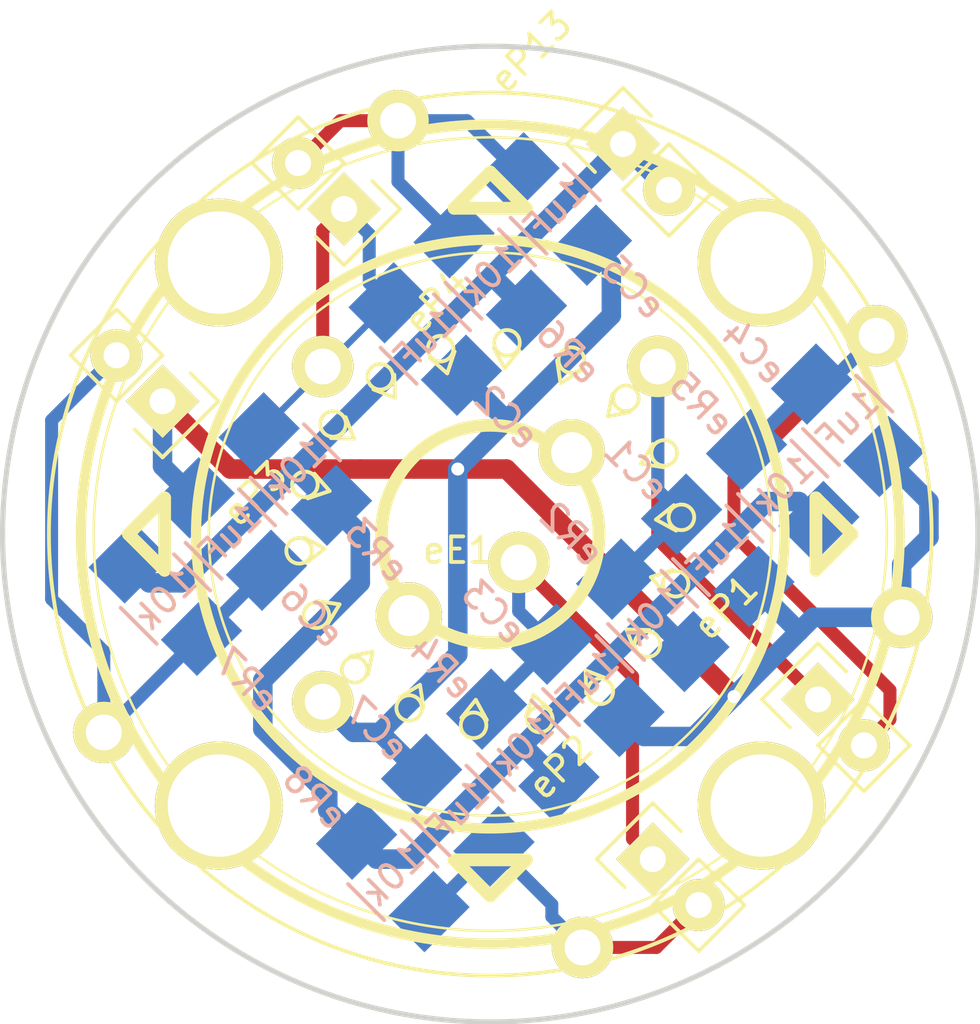
<source format=kicad_pcb>
(kicad_pcb (version 4) (host pcbnew 4.1.0-alpha+201607210716+6990~46~ubuntu15.10.1-product)

  (general
    (links 293)
    (no_connects 4)
    (area 72.912819 56.514554 111.237181 96.632181)
    (thickness 1.6)
    (drawings 1)
    (tracks 106)
    (zones 0)
    (modules 20)
    (nets 10)
  )

  (page A4)
  (layers
    (0 F.Cu signal)
    (31 B.Cu signal)
    (32 B.Adhes user)
    (33 F.Adhes user)
    (34 B.Paste user)
    (35 F.Paste user)
    (36 B.SilkS user)
    (37 F.SilkS user)
    (38 B.Mask user)
    (39 F.Mask user)
    (40 Dwgs.User user)
    (41 Cmts.User user)
    (42 Eco1.User user)
    (43 Eco2.User user)
    (44 Edge.Cuts user)
    (45 Margin user)
    (46 B.CrtYd user)
    (47 F.CrtYd user)
    (48 B.Fab user)
    (49 F.Fab user)
  )

  (setup
    (last_trace_width 0.254)
    (user_trace_width 0.254)
    (user_trace_width 0.508)
    (user_trace_width 0.762)
    (user_trace_width 1.016)
    (trace_clearance 0.1905)
    (zone_clearance 0.508)
    (zone_45_only no)
    (trace_min 0)
    (segment_width 0.2032)
    (edge_width 0.1524)
    (via_size 0.762)
    (via_drill 0.508)
    (via_min_size 0.4)
    (via_min_drill 0.3)
    (uvia_size 0.3)
    (uvia_drill 0.1)
    (uvias_allowed no)
    (uvia_min_size 0)
    (uvia_min_drill 0)
    (pcb_text_width 0.3048)
    (pcb_text_size 1.524 1.524)
    (mod_edge_width 0.1524)
    (mod_text_size 1.016 1.016)
    (mod_text_width 0.1524)
    (pad_size 1.524 1.524)
    (pad_drill 1.016)
    (pad_to_mask_clearance 0.2)
    (aux_axis_origin 0 0)
    (visible_elements FFFFEF7F)
    (pcbplotparams
      (layerselection 0x01130_80000001)
      (usegerberextensions false)
      (excludeedgelayer false)
      (linewidth 0.101600)
      (plotframeref true)
      (viasonmask false)
      (mode 1)
      (useauxorigin false)
      (hpglpennumber 1)
      (hpglpenspeed 20)
      (hpglpendiameter 15)
      (psnegative false)
      (psa4output false)
      (plotreference true)
      (plotvalue true)
      (plotinvisibletext false)
      (padsonsilk true)
      (subtractmaskfromsilk false)
      (outputformat 4)
      (mirror false)
      (drillshape 2)
      (scaleselection 1)
      (outputdirectory pdf/))
  )

  (net 0 "")
  (net 1 /eECA)
  (net 2 /eGND)
  (net 3 /eECB)
  (net 4 /eECS)
  (net 5 /eS2)
  (net 6 /eS3)
  (net 7 /eS4)
  (net 8 /eS5)
  (net 9 /eVCC)

  (net_class Default "This is the default net class."
    (clearance 0.1905)
    (trace_width 0.254)
    (via_dia 0.762)
    (via_drill 0.508)
    (uvia_dia 0.3)
    (uvia_drill 0.1)
  )

  (net_class 20mil ""
    (clearance 0.1905)
    (trace_width 0.508)
    (via_dia 0.762)
    (via_drill 0.508)
    (uvia_dia 0.3)
    (uvia_drill 0.1)
    (add_net /CS)
    (add_net /DC)
    (add_net /EAA)
    (add_net /EAB)
    (add_net /EAS)
    (add_net /EBA)
    (add_net /EBB)
    (add_net /EBS)
    (add_net /ECA)
    (add_net /ECB)
    (add_net /ECS)
    (add_net /L2)
    (add_net /LITE)
    (add_net /MOSI)
    (add_net /Pair)
    (add_net /RST)
    (add_net /RXD)
    (add_net /RX_BLE)
    (add_net /RX_PRO)
    (add_net /S2)
    (add_net /S3)
    (add_net /S4)
    (add_net /S5)
    (add_net /SCK)
    (add_net /TXD)
    (add_net /TX_BLE)
    (add_net /TX_PRO)
    (add_net /eEAA)
    (add_net /eEAB)
    (add_net /eEAS)
    (add_net /eEBA)
    (add_net /eEBB)
    (add_net /eEBS)
    (add_net /eECA)
    (add_net /eECB)
    (add_net /eECS)
    (add_net /eS2)
    (add_net /eS3)
    (add_net /eS4)
    (add_net /eS5)
    (add_net "Net-(R1-Pad2)")
    (add_net "Net-(S2-Pad2)")
    (add_net "Net-(U10-Pad10)")
    (add_net "Net-(U10-Pad12)")
    (add_net "Net-(U10-Pad13)")
    (add_net "Net-(U10-Pad14)")
    (add_net "Net-(U10-Pad15)")
    (add_net "Net-(U10-Pad16)")
    (add_net "Net-(U10-Pad17)")
    (add_net "Net-(U10-Pad18)")
    (add_net "Net-(U10-Pad21)")
    (add_net "Net-(U10-Pad22)")
    (add_net "Net-(U10-Pad29)")
    (add_net "Net-(U10-Pad4)")
    (add_net "Net-(U10-Pad8)")
    (add_net "Net-(U7-Pad11)")
    (add_net "Net-(U7-Pad12)")
    (add_net "Net-(U7-Pad19)")
    (add_net "Net-(U7-Pad20)")
    (add_net "Net-(U7-Pad21)")
    (add_net "Net-(U7-Pad22)")
    (add_net "Net-(U7-Pad23)")
    (add_net "Net-(U7-Pad24)")
    (add_net "Net-(U7-Pad25)")
    (add_net "Net-(U7-Pad26)")
    (add_net "Net-(U7-Pad27)")
    (add_net "Net-(U7-Pad28)")
    (add_net "Net-(U7-Pad29)")
    (add_net "Net-(U7-Pad3)")
    (add_net "Net-(U7-Pad30)")
    (add_net "Net-(U7-Pad6)")
    (add_net "Net-(U7-Pad7)")
    (add_net "Net-(U7-Pad8)")
    (add_net "Net-(U9-Pad1)")
    (add_net "Net-(U9-Pad10)")
    (add_net "Net-(U9-Pad12)")
    (add_net "Net-(U9-Pad15)")
    (add_net "Net-(U9-Pad17)")
    (add_net "Net-(U9-Pad18)")
    (add_net "Net-(U9-Pad19)")
    (add_net "Net-(U9-Pad2)")
    (add_net "Net-(U9-Pad22)")
    (add_net "Net-(U9-Pad23)")
    (add_net "Net-(U9-Pad24)")
    (add_net "Net-(U9-Pad25)")
    (add_net "Net-(U9-Pad28)")
  )

  (net_class 30mil ""
    (clearance 0.1905)
    (trace_width 0.762)
    (via_dia 0.762)
    (via_drill 0.508)
    (uvia_dia 0.3)
    (uvia_drill 0.1)
    (add_net /GND)
    (add_net /VCC)
    (add_net /eGND)
    (add_net /eVCC)
  )

  (net_class 40mil ""
    (clearance 0.1905)
    (trace_width 1.016)
    (via_dia 0.762)
    (via_drill 0.508)
    (uvia_dia 0.3)
    (uvia_drill 0.1)
  )

  (module velokey-footprints:C_1210_HandSoldering (layer B.Cu) (tedit 57CEF7D0) (tstamp 57CEF987)
    (at 106.045 73.025 315)
    (descr "Capacitor SMD 1210, hand soldering")
    (tags "capacitor 1210")
    (path /57CDE2ED/57CEA927)
    (attr smd)
    (fp_text reference eC4 (at -4.490128 0.71842 315) (layer B.SilkS)
      (effects (font (size 1 1) (thickness 0.15)) (justify mirror))
    )
    (fp_text value 1uF (at 0 0 45) (layer B.SilkS)
      (effects (font (size 1 1) (thickness 0.15)) (justify mirror))
    )
    (fp_line (start -3.3 1.6) (end 3.3 1.6) (layer B.CrtYd) (width 0.05))
    (fp_line (start -3.3 -1.6) (end 3.3 -1.6) (layer B.CrtYd) (width 0.05))
    (fp_line (start -3.3 1.6) (end -3.3 -1.6) (layer B.CrtYd) (width 0.05))
    (fp_line (start 3.3 1.6) (end 3.3 -1.6) (layer B.CrtYd) (width 0.05))
    (fp_line (start 1 1.475) (end -1 1.475) (layer B.SilkS) (width 0.15))
    (fp_line (start -1 -1.475) (end 1 -1.475) (layer B.SilkS) (width 0.15))
    (pad 1 smd rect (at -2 0 315) (size 2 2.5) (layers B.Cu B.Paste B.Mask)
      (net 5 /eS2))
    (pad 2 smd rect (at 2 0 315) (size 2 2.5) (layers B.Cu B.Paste B.Mask)
      (net 2 /eGND))
    (model ${KIPRJMOD}/3d_models/Cap_smd_1210.wrl
      (at (xyz 0 0 0))
      (scale (xyz 1 1 1))
      (rotate (xyz 0 0 0))
    )
  )

  (module velokey-footprints:C_1210_HandSoldering (layer B.Cu) (tedit 57CEF7DE) (tstamp 57CEF97C)
    (at 100.965 78.105 315)
    (descr "Capacitor SMD 1210, hand soldering")
    (tags "capacitor 1210")
    (path /57CDE2ED/57CEA921)
    (attr smd)
    (fp_text reference eC1 (at -4.490128 0 315) (layer B.SilkS)
      (effects (font (size 1 1) (thickness 0.15)) (justify mirror))
    )
    (fp_text value 1uF (at 0 0 45) (layer B.SilkS)
      (effects (font (size 1 1) (thickness 0.15)) (justify mirror))
    )
    (fp_line (start -3.3 1.6) (end 3.3 1.6) (layer B.CrtYd) (width 0.05))
    (fp_line (start -3.3 -1.6) (end 3.3 -1.6) (layer B.CrtYd) (width 0.05))
    (fp_line (start -3.3 1.6) (end -3.3 -1.6) (layer B.CrtYd) (width 0.05))
    (fp_line (start 3.3 1.6) (end 3.3 -1.6) (layer B.CrtYd) (width 0.05))
    (fp_line (start 1 1.475) (end -1 1.475) (layer B.SilkS) (width 0.15))
    (fp_line (start -1 -1.475) (end 1 -1.475) (layer B.SilkS) (width 0.15))
    (pad 1 smd rect (at -2 0 315) (size 2 2.5) (layers B.Cu B.Paste B.Mask)
      (net 1 /eECA))
    (pad 2 smd rect (at 2 0 315) (size 2 2.5) (layers B.Cu B.Paste B.Mask)
      (net 2 /eGND))
    (model ${KIPRJMOD}/3d_models/Cap_smd_1210.wrl
      (at (xyz 0 0 0))
      (scale (xyz 1 1 1))
      (rotate (xyz 0 0 0))
    )
  )

  (module velokey-footprints:R_1210_HandSoldering (layer B.Cu) (tedit 57CEF7DA) (tstamp 57CEF971)
    (at 103.505 75.565 135)
    (descr "Resistor SMD 1210, hand soldering")
    (tags "resistor 1210")
    (path /57CDE2ED/57CEA924)
    (attr smd)
    (fp_text reference eR5 (at 4.490128 0 135) (layer B.SilkS)
      (effects (font (size 1 1) (thickness 0.15)) (justify mirror))
    )
    (fp_text value 10k (at 0 0 225) (layer B.SilkS)
      (effects (font (size 1 1) (thickness 0.15)) (justify mirror))
    )
    (fp_line (start -3.3 1.6) (end 3.3 1.6) (layer B.CrtYd) (width 0.05))
    (fp_line (start -3.3 -1.6) (end 3.3 -1.6) (layer B.CrtYd) (width 0.05))
    (fp_line (start -3.3 1.6) (end -3.3 -1.6) (layer B.CrtYd) (width 0.05))
    (fp_line (start 3.3 1.6) (end 3.3 -1.6) (layer B.CrtYd) (width 0.05))
    (fp_line (start 1 -1.475) (end -1 -1.475) (layer B.SilkS) (width 0.15))
    (fp_line (start -1 1.475) (end 1 1.475) (layer B.SilkS) (width 0.15))
    (pad 1 smd rect (at -2 0 135) (size 2 2.5) (layers B.Cu B.Paste B.Mask)
      (net 9 /eVCC))
    (pad 2 smd rect (at 2 0 135) (size 2 2.5) (layers B.Cu B.Paste B.Mask)
      (net 5 /eS2))
    (model ${KIPRJMOD}/3d_models/Res_smd_1210.wrl
      (at (xyz 0 0 0))
      (scale (xyz 1 1 1))
      (rotate (xyz 0 0 0))
    )
  )

  (module velokey-footprints:R_1210_HandSoldering (layer B.Cu) (tedit 57CEF7E2) (tstamp 57CEF966)
    (at 98.425 80.645 135)
    (descr "Resistor SMD 1210, hand soldering")
    (tags "resistor 1210")
    (path /57CDE2ED/57CEA91E)
    (attr smd)
    (fp_text reference eR2 (at 4.490128 0 135) (layer B.SilkS)
      (effects (font (size 1 1) (thickness 0.15)) (justify mirror))
    )
    (fp_text value 10k (at 0 0 225) (layer B.SilkS)
      (effects (font (size 1 1) (thickness 0.15)) (justify mirror))
    )
    (fp_line (start -3.3 1.6) (end 3.3 1.6) (layer B.CrtYd) (width 0.05))
    (fp_line (start -3.3 -1.6) (end 3.3 -1.6) (layer B.CrtYd) (width 0.05))
    (fp_line (start -3.3 1.6) (end -3.3 -1.6) (layer B.CrtYd) (width 0.05))
    (fp_line (start 3.3 1.6) (end 3.3 -1.6) (layer B.CrtYd) (width 0.05))
    (fp_line (start 1 -1.475) (end -1 -1.475) (layer B.SilkS) (width 0.15))
    (fp_line (start -1 1.475) (end 1 1.475) (layer B.SilkS) (width 0.15))
    (pad 1 smd rect (at -2 0 135) (size 2 2.5) (layers B.Cu B.Paste B.Mask)
      (net 9 /eVCC))
    (pad 2 smd rect (at 2 0 135) (size 2 2.5) (layers B.Cu B.Paste B.Mask)
      (net 1 /eECA))
    (model ${KIPRJMOD}/3d_models/Res_smd_1210.wrl
      (at (xyz 0 0 0))
      (scale (xyz 1 1 1))
      (rotate (xyz 0 0 0))
    )
  )

  (module velokey-footprints:C_1210_HandSoldering (layer B.Cu) (tedit 57CEF7E6) (tstamp 57CEF95B)
    (at 95.885 83.185 315)
    (descr "Capacitor SMD 1210, hand soldering")
    (tags "capacitor 1210")
    (path /57CDE2ED/56F87DFD)
    (attr smd)
    (fp_text reference eC3 (at -4.490128 0.71842 315) (layer B.SilkS)
      (effects (font (size 1 1) (thickness 0.15)) (justify mirror))
    )
    (fp_text value 1uF (at 0 0 45) (layer B.SilkS)
      (effects (font (size 1 1) (thickness 0.15)) (justify mirror))
    )
    (fp_line (start -3.3 1.6) (end 3.3 1.6) (layer B.CrtYd) (width 0.05))
    (fp_line (start -3.3 -1.6) (end 3.3 -1.6) (layer B.CrtYd) (width 0.05))
    (fp_line (start -3.3 1.6) (end -3.3 -1.6) (layer B.CrtYd) (width 0.05))
    (fp_line (start 3.3 1.6) (end 3.3 -1.6) (layer B.CrtYd) (width 0.05))
    (fp_line (start 1 1.475) (end -1 1.475) (layer B.SilkS) (width 0.15))
    (fp_line (start -1 -1.475) (end 1 -1.475) (layer B.SilkS) (width 0.15))
    (pad 1 smd rect (at -2 0 315) (size 2 2.5) (layers B.Cu B.Paste B.Mask)
      (net 4 /eECS))
    (pad 2 smd rect (at 2 0 315) (size 2 2.5) (layers B.Cu B.Paste B.Mask)
      (net 2 /eGND))
    (model ${KIPRJMOD}/3d_models/Cap_smd_1210.wrl
      (at (xyz 0 0 0))
      (scale (xyz 1 1 1))
      (rotate (xyz 0 0 0))
    )
  )

  (module velokey-footprints:R_1210_HandSoldering (layer B.Cu) (tedit 57CEF7EB) (tstamp 57CEF950)
    (at 93.345 85.725 135)
    (descr "Resistor SMD 1210, hand soldering")
    (tags "resistor 1210")
    (path /57CDE2ED/57CEA920)
    (attr smd)
    (fp_text reference eR4 (at 4.400325 -0.089803 135) (layer B.SilkS)
      (effects (font (size 1 1) (thickness 0.15)) (justify mirror))
    )
    (fp_text value 10k (at 0 0 225) (layer B.SilkS)
      (effects (font (size 1 1) (thickness 0.15)) (justify mirror))
    )
    (fp_line (start -3.3 1.6) (end 3.3 1.6) (layer B.CrtYd) (width 0.05))
    (fp_line (start -3.3 -1.6) (end 3.3 -1.6) (layer B.CrtYd) (width 0.05))
    (fp_line (start -3.3 1.6) (end -3.3 -1.6) (layer B.CrtYd) (width 0.05))
    (fp_line (start 3.3 1.6) (end 3.3 -1.6) (layer B.CrtYd) (width 0.05))
    (fp_line (start 1 -1.475) (end -1 -1.475) (layer B.SilkS) (width 0.15))
    (fp_line (start -1 1.475) (end 1 1.475) (layer B.SilkS) (width 0.15))
    (pad 1 smd rect (at -2 0 135) (size 2 2.5) (layers B.Cu B.Paste B.Mask)
      (net 9 /eVCC))
    (pad 2 smd rect (at 2 0 135) (size 2 2.5) (layers B.Cu B.Paste B.Mask)
      (net 4 /eECS))
    (model ${KIPRJMOD}/3d_models/Res_smd_1210.wrl
      (at (xyz 0 0 0))
      (scale (xyz 1 1 1))
      (rotate (xyz 0 0 0))
    )
  )

  (module velokey-footprints:C_1210_HandSoldering (layer B.Cu) (tedit 57CEF7F0) (tstamp 57CEF945)
    (at 90.805 88.265 135)
    (descr "Capacitor SMD 1210, hand soldering")
    (tags "capacitor 1210")
    (path /57CDE2ED/57CEA92B)
    (attr smd)
    (fp_text reference eC7 (at 4.490128 0 135) (layer B.SilkS)
      (effects (font (size 1 1) (thickness 0.15)) (justify mirror))
    )
    (fp_text value 1uF (at 0 0 225) (layer B.SilkS)
      (effects (font (size 1 1) (thickness 0.15)) (justify mirror))
    )
    (fp_line (start -3.3 1.6) (end 3.3 1.6) (layer B.CrtYd) (width 0.05))
    (fp_line (start -3.3 -1.6) (end 3.3 -1.6) (layer B.CrtYd) (width 0.05))
    (fp_line (start -3.3 1.6) (end -3.3 -1.6) (layer B.CrtYd) (width 0.05))
    (fp_line (start 3.3 1.6) (end 3.3 -1.6) (layer B.CrtYd) (width 0.05))
    (fp_line (start 1 1.475) (end -1 1.475) (layer B.SilkS) (width 0.15))
    (fp_line (start -1 -1.475) (end 1 -1.475) (layer B.SilkS) (width 0.15))
    (pad 1 smd rect (at -2 0 135) (size 2 2.5) (layers B.Cu B.Paste B.Mask)
      (net 8 /eS5))
    (pad 2 smd rect (at 2 0 135) (size 2 2.5) (layers B.Cu B.Paste B.Mask)
      (net 2 /eGND))
    (model ${KIPRJMOD}/3d_models/Cap_smd_1210.wrl
      (at (xyz 0 0 0))
      (scale (xyz 1 1 1))
      (rotate (xyz 0 0 0))
    )
  )

  (module velokey-footprints:R_1210_HandSoldering (layer B.Cu) (tedit 57CEF7BB) (tstamp 57CEF93A)
    (at 84.455 74.93 135)
    (descr "Resistor SMD 1210, hand soldering")
    (tags "resistor 1210")
    (path /57CDE2ED/57CEA91F)
    (attr smd)
    (fp_text reference eR3 (at -4.490128 0 135) (layer B.SilkS)
      (effects (font (size 1 1) (thickness 0.15)) (justify mirror))
    )
    (fp_text value 10k (at 0 0 225) (layer B.SilkS)
      (effects (font (size 1 1) (thickness 0.15)) (justify mirror))
    )
    (fp_line (start -3.3 1.6) (end 3.3 1.6) (layer B.CrtYd) (width 0.05))
    (fp_line (start -3.3 -1.6) (end 3.3 -1.6) (layer B.CrtYd) (width 0.05))
    (fp_line (start -3.3 1.6) (end -3.3 -1.6) (layer B.CrtYd) (width 0.05))
    (fp_line (start 3.3 1.6) (end 3.3 -1.6) (layer B.CrtYd) (width 0.05))
    (fp_line (start 1 -1.475) (end -1 -1.475) (layer B.SilkS) (width 0.15))
    (fp_line (start -1 1.475) (end 1 1.475) (layer B.SilkS) (width 0.15))
    (pad 1 smd rect (at -2 0 135) (size 2 2.5) (layers B.Cu B.Paste B.Mask)
      (net 9 /eVCC))
    (pad 2 smd rect (at 2 0 135) (size 2 2.5) (layers B.Cu B.Paste B.Mask)
      (net 3 /eECB))
    (model ${KIPRJMOD}/3d_models/Res_smd_1210.wrl
      (at (xyz 0 0 0))
      (scale (xyz 1 1 1))
      (rotate (xyz 0 0 0))
    )
  )

  (module velokey-footprints:R_1210_HandSoldering (layer B.Cu) (tedit 57CEF7B1) (tstamp 57CEF92F)
    (at 79.375 80.01 315)
    (descr "Resistor SMD 1210, hand soldering")
    (tags "resistor 1210")
    (path /57CDE2ED/57CEA926)
    (attr smd)
    (fp_text reference eR7 (at 4.490128 0 315) (layer B.SilkS)
      (effects (font (size 1 1) (thickness 0.15)) (justify mirror))
    )
    (fp_text value 10k (at 0 0 45) (layer B.SilkS)
      (effects (font (size 1 1) (thickness 0.15)) (justify mirror))
    )
    (fp_line (start -3.3 1.6) (end 3.3 1.6) (layer B.CrtYd) (width 0.05))
    (fp_line (start -3.3 -1.6) (end 3.3 -1.6) (layer B.CrtYd) (width 0.05))
    (fp_line (start -3.3 1.6) (end -3.3 -1.6) (layer B.CrtYd) (width 0.05))
    (fp_line (start 3.3 1.6) (end 3.3 -1.6) (layer B.CrtYd) (width 0.05))
    (fp_line (start 1 -1.475) (end -1 -1.475) (layer B.SilkS) (width 0.15))
    (fp_line (start -1 1.475) (end 1 1.475) (layer B.SilkS) (width 0.15))
    (pad 1 smd rect (at -2 0 315) (size 2 2.5) (layers B.Cu B.Paste B.Mask)
      (net 9 /eVCC))
    (pad 2 smd rect (at 2 0 315) (size 2 2.5) (layers B.Cu B.Paste B.Mask)
      (net 7 /eS4))
    (model ${KIPRJMOD}/3d_models/Res_smd_1210.wrl
      (at (xyz 0 0 0))
      (scale (xyz 1 1 1))
      (rotate (xyz 0 0 0))
    )
  )

  (module velokey-footprints:R_1210_HandSoldering (layer B.Cu) (tedit 57CEF7F4) (tstamp 57CEF924)
    (at 88.265 90.805 315)
    (descr "Resistor SMD 1210, hand soldering")
    (tags "resistor 1210")
    (path /57CDE2ED/57CEA92A)
    (attr smd)
    (fp_text reference eR8 (at -4.310523 0 315) (layer B.SilkS)
      (effects (font (size 1 1) (thickness 0.15)) (justify mirror))
    )
    (fp_text value 10k (at 0 0 45) (layer B.SilkS)
      (effects (font (size 1 1) (thickness 0.15)) (justify mirror))
    )
    (fp_line (start -3.3 1.6) (end 3.3 1.6) (layer B.CrtYd) (width 0.05))
    (fp_line (start -3.3 -1.6) (end 3.3 -1.6) (layer B.CrtYd) (width 0.05))
    (fp_line (start -3.3 1.6) (end -3.3 -1.6) (layer B.CrtYd) (width 0.05))
    (fp_line (start 3.3 1.6) (end 3.3 -1.6) (layer B.CrtYd) (width 0.05))
    (fp_line (start 1 -1.475) (end -1 -1.475) (layer B.SilkS) (width 0.15))
    (fp_line (start -1 1.475) (end 1 1.475) (layer B.SilkS) (width 0.15))
    (pad 1 smd rect (at -2 0 315) (size 2 2.5) (layers B.Cu B.Paste B.Mask)
      (net 9 /eVCC))
    (pad 2 smd rect (at 2 0 315) (size 2 2.5) (layers B.Cu B.Paste B.Mask)
      (net 8 /eS5))
    (model ${KIPRJMOD}/3d_models/Res_smd_1210.wrl
      (at (xyz 0 0 0))
      (scale (xyz 1 1 1))
      (rotate (xyz 0 0 0))
    )
  )

  (module velokey-footprints:C_1210_HandSoldering (layer B.Cu) (tedit 57CEF7B5) (tstamp 57CEF919)
    (at 81.915 77.47 135)
    (descr "Capacitor SMD 1210, hand soldering")
    (tags "capacitor 1210")
    (path /57CDE2ED/57CEA929)
    (attr smd)
    (fp_text reference eC6 (at -4.490128 0 135) (layer B.SilkS)
      (effects (font (size 1 1) (thickness 0.15)) (justify mirror))
    )
    (fp_text value 1uF (at 0 0 45) (layer B.SilkS)
      (effects (font (size 1 1) (thickness 0.15)) (justify mirror))
    )
    (fp_line (start -3.3 1.6) (end 3.3 1.6) (layer B.CrtYd) (width 0.05))
    (fp_line (start -3.3 -1.6) (end 3.3 -1.6) (layer B.CrtYd) (width 0.05))
    (fp_line (start -3.3 1.6) (end -3.3 -1.6) (layer B.CrtYd) (width 0.05))
    (fp_line (start 3.3 1.6) (end 3.3 -1.6) (layer B.CrtYd) (width 0.05))
    (fp_line (start 1 1.475) (end -1 1.475) (layer B.SilkS) (width 0.15))
    (fp_line (start -1 -1.475) (end 1 -1.475) (layer B.SilkS) (width 0.15))
    (pad 1 smd rect (at -2 0 135) (size 2 2.5) (layers B.Cu B.Paste B.Mask)
      (net 7 /eS4))
    (pad 2 smd rect (at 2 0 135) (size 2 2.5) (layers B.Cu B.Paste B.Mask)
      (net 2 /eGND))
    (model ${KIPRJMOD}/3d_models/Cap_smd_1210.wrl
      (at (xyz 0 0 0))
      (scale (xyz 1 1 1))
      (rotate (xyz 0 0 0))
    )
  )

  (module velokey-footprints:R_1210_HandSoldering (layer B.Cu) (tedit 57CEF7C5) (tstamp 57CEF872)
    (at 92.075 67.31 135)
    (descr "Resistor SMD 1210, hand soldering")
    (tags "resistor 1210")
    (path /57CDE2ED/57CEA925)
    (attr smd)
    (fp_text reference eR6 (at -4.310523 0 135) (layer B.SilkS)
      (effects (font (size 1 1) (thickness 0.15)) (justify mirror))
    )
    (fp_text value 10k (at 0 0 225) (layer B.SilkS)
      (effects (font (size 1 1) (thickness 0.15)) (justify mirror))
    )
    (fp_line (start -3.3 1.6) (end 3.3 1.6) (layer B.CrtYd) (width 0.05))
    (fp_line (start -3.3 -1.6) (end 3.3 -1.6) (layer B.CrtYd) (width 0.05))
    (fp_line (start -3.3 1.6) (end -3.3 -1.6) (layer B.CrtYd) (width 0.05))
    (fp_line (start 3.3 1.6) (end 3.3 -1.6) (layer B.CrtYd) (width 0.05))
    (fp_line (start 1 -1.475) (end -1 -1.475) (layer B.SilkS) (width 0.15))
    (fp_line (start -1 1.475) (end 1 1.475) (layer B.SilkS) (width 0.15))
    (pad 1 smd rect (at -2 0 135) (size 2 2.5) (layers B.Cu B.Paste B.Mask)
      (net 9 /eVCC))
    (pad 2 smd rect (at 2 0 135) (size 2 2.5) (layers B.Cu B.Paste B.Mask)
      (net 6 /eS3))
    (model ${KIPRJMOD}/3d_models/Res_smd_1210.wrl
      (at (xyz 0 0 0))
      (scale (xyz 1 1 1))
      (rotate (xyz 0 0 0))
    )
  )

  (module velokey-footprints:C_1210_HandSoldering (layer B.Cu) (tedit 57CEF7CB) (tstamp 57CEF867)
    (at 94.615 64.77 315)
    (descr "Capacitor SMD 1210, hand soldering")
    (tags "capacitor 1210")
    (path /57CDE2ED/57CEA928)
    (attr smd)
    (fp_text reference eC5 (at 4.310523 0 315) (layer B.SilkS)
      (effects (font (size 1 1) (thickness 0.15)) (justify mirror))
    )
    (fp_text value 1uF (at 0 0 45) (layer B.SilkS)
      (effects (font (size 1 1) (thickness 0.15)) (justify mirror))
    )
    (fp_line (start -3.3 1.6) (end 3.3 1.6) (layer B.CrtYd) (width 0.05))
    (fp_line (start -3.3 -1.6) (end 3.3 -1.6) (layer B.CrtYd) (width 0.05))
    (fp_line (start -3.3 1.6) (end -3.3 -1.6) (layer B.CrtYd) (width 0.05))
    (fp_line (start 3.3 1.6) (end 3.3 -1.6) (layer B.CrtYd) (width 0.05))
    (fp_line (start 1 1.475) (end -1 1.475) (layer B.SilkS) (width 0.15))
    (fp_line (start -1 -1.475) (end 1 -1.475) (layer B.SilkS) (width 0.15))
    (pad 1 smd rect (at -2 0 315) (size 2 2.5) (layers B.Cu B.Paste B.Mask)
      (net 6 /eS3))
    (pad 2 smd rect (at 2 0 315) (size 2 2.5) (layers B.Cu B.Paste B.Mask)
      (net 2 /eGND))
    (model ${KIPRJMOD}/3d_models/Cap_smd_1210.wrl
      (at (xyz 0 0 0))
      (scale (xyz 1 1 1))
      (rotate (xyz 0 0 0))
    )
  )

  (module velokey-footprints:C_1210_HandSoldering (layer B.Cu) (tedit 57CEF7C1) (tstamp 57CEF84F)
    (at 89.535 69.85 315)
    (descr "Capacitor SMD 1210, hand soldering")
    (tags "capacitor 1210")
    (path /57CDE2ED/57CEA922)
    (attr smd)
    (fp_text reference eC2 (at 4.400325 -0.089803 315) (layer B.SilkS)
      (effects (font (size 1 1) (thickness 0.15)) (justify mirror))
    )
    (fp_text value 1uF (at 0 0 45) (layer B.SilkS)
      (effects (font (size 1 1) (thickness 0.15)) (justify mirror))
    )
    (fp_line (start -3.3 1.6) (end 3.3 1.6) (layer B.CrtYd) (width 0.05))
    (fp_line (start -3.3 -1.6) (end 3.3 -1.6) (layer B.CrtYd) (width 0.05))
    (fp_line (start -3.3 1.6) (end -3.3 -1.6) (layer B.CrtYd) (width 0.05))
    (fp_line (start 3.3 1.6) (end 3.3 -1.6) (layer B.CrtYd) (width 0.05))
    (fp_line (start 1 1.475) (end -1 1.475) (layer B.SilkS) (width 0.15))
    (fp_line (start -1 -1.475) (end 1 -1.475) (layer B.SilkS) (width 0.15))
    (pad 1 smd rect (at -2 0 315) (size 2 2.5) (layers B.Cu B.Paste B.Mask)
      (net 3 /eECB))
    (pad 2 smd rect (at 2 0 315) (size 2 2.5) (layers B.Cu B.Paste B.Mask)
      (net 2 /eGND))
    (model ${KIPRJMOD}/3d_models/Cap_smd_1210.wrl
      (at (xyz 0 0 0))
      (scale (xyz 1 1 1))
      (rotate (xyz 0 0 0))
    )
  )

  (module Pin_Headers:Pin_Header_Straight_1x02 (layer F.Cu) (tedit 57CEF7A0) (tstamp 57CEF62F)
    (at 79.26604 72.281062 225)
    (descr "Through hole pin header")
    (tags "pin header")
    (path /57CDE2ED/57CEA92E)
    (fp_text reference eP3 (at 0 -5.1 225) (layer F.SilkS)
      (effects (font (size 1 1) (thickness 0.15)))
    )
    (fp_text value ENC_C_3 (at 0 -3.1 225) (layer F.Fab) hide
      (effects (font (size 1 1) (thickness 0.15)))
    )
    (fp_line (start 1.27 1.27) (end 1.27 3.81) (layer F.SilkS) (width 0.15))
    (fp_line (start 1.55 -1.55) (end 1.55 0) (layer F.SilkS) (width 0.15))
    (fp_line (start -1.75 -1.75) (end -1.75 4.3) (layer F.CrtYd) (width 0.05))
    (fp_line (start 1.75 -1.75) (end 1.75 4.3) (layer F.CrtYd) (width 0.05))
    (fp_line (start -1.75 -1.75) (end 1.75 -1.75) (layer F.CrtYd) (width 0.05))
    (fp_line (start -1.75 4.3) (end 1.75 4.3) (layer F.CrtYd) (width 0.05))
    (fp_line (start 1.27 1.27) (end -1.27 1.27) (layer F.SilkS) (width 0.15))
    (fp_line (start -1.55 0) (end -1.55 -1.55) (layer F.SilkS) (width 0.15))
    (fp_line (start -1.55 -1.55) (end 1.55 -1.55) (layer F.SilkS) (width 0.15))
    (fp_line (start -1.27 1.27) (end -1.27 3.81) (layer F.SilkS) (width 0.15))
    (fp_line (start -1.27 3.81) (end 1.27 3.81) (layer F.SilkS) (width 0.15))
    (pad 1 thru_hole rect (at 0 0 225) (size 2.032 2.032) (drill 1.016) (layers *.Cu *.Mask F.SilkS)
      (net 2 /eGND))
    (pad 2 thru_hole oval (at 0 2.54 225) (size 2.032 2.032) (drill 1.016) (layers *.Cu *.Mask F.SilkS)
      (net 7 /eS4))
    (model Pin_Headers.3dshapes/Pin_Header_Straight_1x02.wrl
      (at (xyz 0 -0.05 0))
      (scale (xyz 1 1 1))
      (rotate (xyz 0 0 90))
    )
  )

  (module velokey-footprints:TSWB3NCB222LFS (layer F.Cu) (tedit 57CEF793) (tstamp 57CEF5D5)
    (at 92.075 77.47 45)
    (path /57CDE2ED/56F82F4A)
    (fp_text reference eE1 (at -1.347038 -0.449013) (layer F.SilkS)
      (effects (font (size 1 1) (thickness 0.15)))
    )
    (fp_text value ENC_C (at 0.898026 -0.898026 180) (layer F.Fab)
      (effects (font (size 1 1) (thickness 0.15)))
    )
    (fp_line (start -10 8) (end -8 10) (layer F.SilkS) (width 0.5))
    (fp_line (start -8 10) (end -10 10) (layer F.SilkS) (width 0.5))
    (fp_line (start -10 10) (end -10 8) (layer F.SilkS) (width 0.5))
    (fp_line (start 8 10) (end 10 8) (layer F.SilkS) (width 0.5))
    (fp_line (start 10 8) (end 10 10) (layer F.SilkS) (width 0.5))
    (fp_line (start 10 10) (end 8 10) (layer F.SilkS) (width 0.5))
    (fp_line (start 8 -10) (end 10 -8) (layer F.SilkS) (width 0.5))
    (fp_line (start 10 -8) (end 10 -10) (layer F.SilkS) (width 0.5))
    (fp_line (start 10 -10) (end 8 -10) (layer F.SilkS) (width 0.5))
    (fp_line (start -10 -8) (end -10 -10) (layer F.SilkS) (width 0.5))
    (fp_line (start -10 -10) (end -8 -10) (layer F.SilkS) (width 0.5))
    (fp_line (start -10 -8) (end -8 -10) (layer F.SilkS) (width 0.5))
    (fp_line (start 6.5 0) (end 7.25 0.5) (layer F.SilkS) (width 0.15))
    (fp_line (start 7.25 -0.5) (end 6.5 0) (layer F.SilkS) (width 0.15))
    (fp_circle (center 7.5 0) (end 7.5 -0.5) (layer F.SilkS) (width 0.15))
    (fp_circle (center 0 0) (end 15.5 0) (layer F.SilkS) (width 0.1))
    (fp_circle (center 0 0) (end 11 0) (layer F.SilkS) (width 0.1))
    (fp_circle (center 0 0) (end 16 0) (layer F.SilkS) (width 0.4))
    (fp_circle (center 0 0) (end 17.25 0) (layer F.SilkS) (width 0.15))
    (fp_circle (center 0 0) (end 11.5 0) (layer F.SilkS) (width 0.4))
    (fp_circle (center 0 0) (end 4.25 0) (layer F.SilkS) (width 0.5))
    (fp_circle (center 7.047695 -2.565151) (end 6.876685 -3.034997) (layer F.SilkS) (width 0.15))
    (fp_circle (center 5.745333 -4.820907) (end 5.42394 -5.203929) (layer F.SilkS) (width 0.15))
    (fp_circle (center 3.75 -6.495191) (end 3.316987 -6.745191) (layer F.SilkS) (width 0.15))
    (fp_circle (center 1.302361 -7.386058) (end 0.809957 -7.472882) (layer F.SilkS) (width 0.15))
    (fp_circle (center -1.302361 -7.386058) (end -1.794765 -7.299234) (layer F.SilkS) (width 0.15))
    (fp_circle (center -3.75 -6.495191) (end -4.183013 -6.245191) (layer F.SilkS) (width 0.15))
    (fp_circle (center -5.745333 -4.820907) (end -6.066727 -4.437885) (layer F.SilkS) (width 0.15))
    (fp_circle (center -7.047695 -2.565151) (end -7.218705 -2.095305) (layer F.SilkS) (width 0.15))
    (fp_circle (center -7.5 0) (end -7.5 0.5) (layer F.SilkS) (width 0.15))
    (fp_circle (center -7.047695 2.565151) (end -6.876685 3.034997) (layer F.SilkS) (width 0.15))
    (fp_circle (center -5.745333 4.820907) (end -5.42394 5.203929) (layer F.SilkS) (width 0.15))
    (fp_circle (center -3.75 6.495191) (end -3.316987 6.745191) (layer F.SilkS) (width 0.15))
    (fp_circle (center -1.302361 7.386058) (end -0.809957 7.472882) (layer F.SilkS) (width 0.15))
    (fp_circle (center 1.302361 7.386058) (end 1.794765 7.299234) (layer F.SilkS) (width 0.15))
    (fp_circle (center 3.75 6.495191) (end 4.183013 6.245191) (layer F.SilkS) (width 0.15))
    (fp_circle (center 5.745333 4.820907) (end 6.066727 4.437885) (layer F.SilkS) (width 0.15))
    (fp_circle (center 7.047695 2.565151) (end 7.218705 2.095305) (layer F.SilkS) (width 0.15))
    (fp_line (start 6.108002 -2.223131) (end 6.983782 -2.0098) (layer F.SilkS) (width 0.15))
    (fp_line (start 4.979289 -4.178119) (end 5.875216 -4.277188) (layer F.SilkS) (width 0.15))
    (fp_line (start 3.25 -5.629165) (end 4.058013 -6.028684) (layer F.SilkS) (width 0.15))
    (fp_line (start 1.128713 -6.40125) (end 1.751353 -7.053032) (layer F.SilkS) (width 0.15))
    (fp_line (start -1.128713 -6.40125) (end -0.766545 -7.22668) (layer F.SilkS) (width 0.15))
    (fp_line (start -3.25 -5.629165) (end -3.191987 -6.528684) (layer F.SilkS) (width 0.15))
    (fp_line (start -4.979289 -4.178119) (end -5.232428 -5.043232) (layer F.SilkS) (width 0.15))
    (fp_line (start -6.108002 -2.223131) (end -6.641761 -2.949492) (layer F.SilkS) (width 0.15))
    (fp_line (start -6.5 0) (end -7.25 -0.5) (layer F.SilkS) (width 0.15))
    (fp_line (start -6.108002 2.223131) (end -6.983782 2.0098) (layer F.SilkS) (width 0.15))
    (fp_line (start -4.979289 4.178119) (end -5.875216 4.277188) (layer F.SilkS) (width 0.15))
    (fp_line (start -3.25 5.629165) (end -4.058013 6.028684) (layer F.SilkS) (width 0.15))
    (fp_line (start -1.128713 6.40125) (end -1.751353 7.053032) (layer F.SilkS) (width 0.15))
    (fp_line (start 1.128713 6.40125) (end 0.766545 7.22668) (layer F.SilkS) (width 0.15))
    (fp_line (start 3.25 5.629165) (end 3.191987 6.528684) (layer F.SilkS) (width 0.15))
    (fp_line (start 4.979289 4.178119) (end 5.232428 5.043232) (layer F.SilkS) (width 0.15))
    (fp_line (start 6.108002 2.223131) (end 6.641761 2.949492) (layer F.SilkS) (width 0.15))
    (fp_line (start 6.641761 -2.949492) (end 6.108002 -2.223131) (layer F.SilkS) (width 0.15))
    (fp_line (start 5.232428 -5.043232) (end 4.979289 -4.178119) (layer F.SilkS) (width 0.15))
    (fp_line (start 3.191987 -6.528684) (end 3.25 -5.629165) (layer F.SilkS) (width 0.15))
    (fp_line (start 0.766545 -7.22668) (end 1.128713 -6.40125) (layer F.SilkS) (width 0.15))
    (fp_line (start -1.751353 -7.053032) (end -1.128713 -6.40125) (layer F.SilkS) (width 0.15))
    (fp_line (start -4.058013 -6.028684) (end -3.25 -5.629165) (layer F.SilkS) (width 0.15))
    (fp_line (start -5.875216 -4.277188) (end -4.979289 -4.178119) (layer F.SilkS) (width 0.15))
    (fp_line (start -6.983782 -2.0098) (end -6.108002 -2.223131) (layer F.SilkS) (width 0.15))
    (fp_line (start -7.25 0.5) (end -6.5 0) (layer F.SilkS) (width 0.15))
    (fp_line (start -6.641761 2.949492) (end -6.108002 2.223131) (layer F.SilkS) (width 0.15))
    (fp_line (start -5.232428 5.043232) (end -4.979289 4.178119) (layer F.SilkS) (width 0.15))
    (fp_line (start -3.191987 6.528684) (end -3.25 5.629165) (layer F.SilkS) (width 0.15))
    (fp_line (start -0.766545 7.22668) (end -1.128713 6.40125) (layer F.SilkS) (width 0.15))
    (fp_line (start 1.751353 7.053032) (end 1.128713 6.40125) (layer F.SilkS) (width 0.15))
    (fp_line (start 4.058013 6.028684) (end 3.25 5.629165) (layer F.SilkS) (width 0.15))
    (fp_line (start 5.875216 4.277188) (end 4.979289 4.178119) (layer F.SilkS) (width 0.15))
    (fp_line (start 6.983782 2.0098) (end 6.108002 2.223131) (layer F.SilkS) (width 0.15))
    (pad 4 thru_hole circle (at 0 1.57 45) (size 2.4 2.4) (drill 1.4) (layers *.Cu *.Mask F.SilkS)
      (net 4 /eECS))
    (pad 12 thru_hole circle (at 0 -15 45) (size 5 5) (drill 4) (layers *.Cu *.Mask F.SilkS))
    (pad 2 thru_hole circle (at -9.26 0 45) (size 2.4 2.4) (drill 1.4) (layers *.Cu *.Mask F.SilkS)
      (net 2 /eGND))
    (pad 14 thru_hole circle (at 0 15 45) (size 5 5) (drill 4) (layers *.Cu *.Mask F.SilkS))
    (pad 1 thru_hole circle (at 9.26 0 45) (size 2.4 2.4) (drill 1.4) (layers *.Cu *.Mask F.SilkS)
      (net 1 /eECA))
    (pad 13 thru_hole circle (at -15 0 45) (size 5 5) (drill 4) (layers *.Cu *.Mask F.SilkS))
    (pad 15 thru_hole circle (at 15 0 45) (size 5 5) (drill 4) (layers *.Cu *.Mask F.SilkS))
    (pad 5 thru_hole circle (at -4.5 0 45) (size 2.6 2.6) (drill 1.6) (layers *.Cu *.Mask F.SilkS))
    (pad 6 thru_hole circle (at 4.5 0 45) (size 2.6 2.6) (drill 1.6) (layers *.Cu *.Mask F.SilkS))
    (pad 9 thru_hole circle (at -16.16 -5.2 45) (size 2.4 2.4) (drill 1.4) (layers *.Cu *.Mask F.SilkS)
      (net 7 /eS4))
    (pad 3 thru_hole circle (at 0 -9.26 45) (size 2.4 2.4) (drill 1.4) (layers *.Cu *.Mask F.SilkS)
      (net 3 /eECB))
    (pad 8 thru_hole circle (at 8.87 -13.97 45) (size 2.4 2.4) (drill 1.4) (layers *.Cu *.Mask F.SilkS)
      (net 6 /eS3))
    (pad 10 thru_hole circle (at -8.87 13.97 45) (size 2.4 2.4) (drill 1.4) (layers *.Cu *.Mask F.SilkS)
      (net 8 /eS5))
    (pad 11 thru_hole circle (at 9.07 13.67 45) (size 2.4 2.4) (drill 1.4) (layers *.Cu *.Mask F.SilkS)
      (net 2 /eGND))
    (pad 7 thru_hole circle (at 16.16 5.2 45) (size 2.4 2.4) (drill 1.4) (layers *.Cu *.Mask F.SilkS)
      (net 5 /eS2))
  )

  (module Pin_Headers:Pin_Header_Straight_1x02 (layer F.Cu) (tedit 57CEF819) (tstamp 57CEF5C5)
    (at 98.425 90.17 45)
    (descr "Through hole pin header")
    (tags "pin header")
    (path /57CDE2ED/57CEA92D)
    (fp_text reference eP2 (at 0 -5.1 45) (layer F.SilkS)
      (effects (font (size 1 1) (thickness 0.15)))
    )
    (fp_text value ENC_C_2 (at 0 -3.1 45) (layer F.Fab) hide
      (effects (font (size 1 1) (thickness 0.15)))
    )
    (fp_line (start 1.27 1.27) (end 1.27 3.81) (layer F.SilkS) (width 0.15))
    (fp_line (start 1.55 -1.55) (end 1.55 0) (layer F.SilkS) (width 0.15))
    (fp_line (start -1.75 -1.75) (end -1.75 4.3) (layer F.CrtYd) (width 0.05))
    (fp_line (start 1.75 -1.75) (end 1.75 4.3) (layer F.CrtYd) (width 0.05))
    (fp_line (start -1.75 -1.75) (end 1.75 -1.75) (layer F.CrtYd) (width 0.05))
    (fp_line (start -1.75 4.3) (end 1.75 4.3) (layer F.CrtYd) (width 0.05))
    (fp_line (start 1.27 1.27) (end -1.27 1.27) (layer F.SilkS) (width 0.15))
    (fp_line (start -1.55 0) (end -1.55 -1.55) (layer F.SilkS) (width 0.15))
    (fp_line (start -1.55 -1.55) (end 1.55 -1.55) (layer F.SilkS) (width 0.15))
    (fp_line (start -1.27 1.27) (end -1.27 3.81) (layer F.SilkS) (width 0.15))
    (fp_line (start -1.27 3.81) (end 1.27 3.81) (layer F.SilkS) (width 0.15))
    (pad 1 thru_hole rect (at 0 0 45) (size 2.032 2.032) (drill 1.016) (layers *.Cu *.Mask F.SilkS)
      (net 4 /eECS))
    (pad 2 thru_hole oval (at 0 2.54 45) (size 2.032 2.032) (drill 1.016) (layers *.Cu *.Mask F.SilkS)
      (net 8 /eS5))
    (model Pin_Headers.3dshapes/Pin_Header_Straight_1x02.wrl
      (at (xyz 0 -0.05 0))
      (scale (xyz 1 1 1))
      (rotate (xyz 0 0 90))
    )
  )

  (module Pin_Headers:Pin_Header_Straight_1x02 (layer F.Cu) (tedit 57CEF825) (tstamp 57CEF5B5)
    (at 86.36 64.77 225)
    (descr "Through hole pin header")
    (tags "pin header")
    (path /57CDE2ED/57CD7D13)
    (fp_text reference eP4 (at 0 -5.1 225) (layer F.SilkS)
      (effects (font (size 1 1) (thickness 0.15)))
    )
    (fp_text value ENC_C_4 (at 0 -3.1 225) (layer F.Fab) hide
      (effects (font (size 1 1) (thickness 0.15)))
    )
    (fp_line (start 1.27 1.27) (end 1.27 3.81) (layer F.SilkS) (width 0.15))
    (fp_line (start 1.55 -1.55) (end 1.55 0) (layer F.SilkS) (width 0.15))
    (fp_line (start -1.75 -1.75) (end -1.75 4.3) (layer F.CrtYd) (width 0.05))
    (fp_line (start 1.75 -1.75) (end 1.75 4.3) (layer F.CrtYd) (width 0.05))
    (fp_line (start -1.75 -1.75) (end 1.75 -1.75) (layer F.CrtYd) (width 0.05))
    (fp_line (start -1.75 4.3) (end 1.75 4.3) (layer F.CrtYd) (width 0.05))
    (fp_line (start 1.27 1.27) (end -1.27 1.27) (layer F.SilkS) (width 0.15))
    (fp_line (start -1.55 0) (end -1.55 -1.55) (layer F.SilkS) (width 0.15))
    (fp_line (start -1.55 -1.55) (end 1.55 -1.55) (layer F.SilkS) (width 0.15))
    (fp_line (start -1.27 1.27) (end -1.27 3.81) (layer F.SilkS) (width 0.15))
    (fp_line (start -1.27 3.81) (end 1.27 3.81) (layer F.SilkS) (width 0.15))
    (pad 1 thru_hole rect (at 0 0 225) (size 2.032 2.032) (drill 1.016) (layers *.Cu *.Mask F.SilkS)
      (net 3 /eECB))
    (pad 2 thru_hole oval (at 0 2.54 225) (size 2.032 2.032) (drill 1.016) (layers *.Cu *.Mask F.SilkS)
      (net 6 /eS3))
    (model Pin_Headers.3dshapes/Pin_Header_Straight_1x02.wrl
      (at (xyz 0 -0.05 0))
      (scale (xyz 1 1 1))
      (rotate (xyz 0 0 90))
    )
  )

  (module Pin_Headers:Pin_Header_Straight_1x02 (layer F.Cu) (tedit 57CEF81E) (tstamp 57CEF5A5)
    (at 104.883949 83.928949 45)
    (descr "Through hole pin header")
    (tags "pin header")
    (path /57CDE2ED/57CEA92C)
    (fp_text reference eP1 (at 0 -5.1 45) (layer F.SilkS)
      (effects (font (size 1 1) (thickness 0.15)))
    )
    (fp_text value ENC_C_1 (at 0 -3.1 45) (layer F.Fab) hide
      (effects (font (size 1 1) (thickness 0.15)))
    )
    (fp_line (start 1.27 1.27) (end 1.27 3.81) (layer F.SilkS) (width 0.15))
    (fp_line (start 1.55 -1.55) (end 1.55 0) (layer F.SilkS) (width 0.15))
    (fp_line (start -1.75 -1.75) (end -1.75 4.3) (layer F.CrtYd) (width 0.05))
    (fp_line (start 1.75 -1.75) (end 1.75 4.3) (layer F.CrtYd) (width 0.05))
    (fp_line (start -1.75 -1.75) (end 1.75 -1.75) (layer F.CrtYd) (width 0.05))
    (fp_line (start -1.75 4.3) (end 1.75 4.3) (layer F.CrtYd) (width 0.05))
    (fp_line (start 1.27 1.27) (end -1.27 1.27) (layer F.SilkS) (width 0.15))
    (fp_line (start -1.55 0) (end -1.55 -1.55) (layer F.SilkS) (width 0.15))
    (fp_line (start -1.55 -1.55) (end 1.55 -1.55) (layer F.SilkS) (width 0.15))
    (fp_line (start -1.27 1.27) (end -1.27 3.81) (layer F.SilkS) (width 0.15))
    (fp_line (start -1.27 3.81) (end 1.27 3.81) (layer F.SilkS) (width 0.15))
    (pad 1 thru_hole rect (at 0 0 45) (size 2.032 2.032) (drill 1.016) (layers *.Cu *.Mask F.SilkS)
      (net 1 /eECA))
    (pad 2 thru_hole oval (at 0 2.54 45) (size 2.032 2.032) (drill 1.016) (layers *.Cu *.Mask F.SilkS)
      (net 5 /eS2))
    (model Pin_Headers.3dshapes/Pin_Header_Straight_1x02.wrl
      (at (xyz 0 -0.05 0))
      (scale (xyz 1 1 1))
      (rotate (xyz 0 0 90))
    )
  )

  (module Pin_Headers:Pin_Header_Straight_1x02 (layer F.Cu) (tedit 57CEFA69) (tstamp 57CEF57B)
    (at 97.263949 62.23 45)
    (descr "Through hole pin header")
    (tags "pin header")
    (path /57CDE2ED/57CF0C59)
    (fp_text reference eP13 (at 0 -5.1 45) (layer F.SilkS)
      (effects (font (size 1 1) (thickness 0.15)))
    )
    (fp_text value ENC_C_5 (at 0 -3.1 45) (layer F.Fab) hide
      (effects (font (size 1 1) (thickness 0.15)))
    )
    (fp_line (start 1.27 1.27) (end 1.27 3.81) (layer F.SilkS) (width 0.15))
    (fp_line (start 1.55 -1.55) (end 1.55 0) (layer F.SilkS) (width 0.15))
    (fp_line (start -1.75 -1.75) (end -1.75 4.3) (layer F.CrtYd) (width 0.05))
    (fp_line (start 1.75 -1.75) (end 1.75 4.3) (layer F.CrtYd) (width 0.05))
    (fp_line (start -1.75 -1.75) (end 1.75 -1.75) (layer F.CrtYd) (width 0.05))
    (fp_line (start -1.75 4.3) (end 1.75 4.3) (layer F.CrtYd) (width 0.05))
    (fp_line (start 1.27 1.27) (end -1.27 1.27) (layer F.SilkS) (width 0.15))
    (fp_line (start -1.55 0) (end -1.55 -1.55) (layer F.SilkS) (width 0.15))
    (fp_line (start -1.55 -1.55) (end 1.55 -1.55) (layer F.SilkS) (width 0.15))
    (fp_line (start -1.27 1.27) (end -1.27 3.81) (layer F.SilkS) (width 0.15))
    (fp_line (start -1.27 3.81) (end 1.27 3.81) (layer F.SilkS) (width 0.15))
    (pad 1 thru_hole rect (at 0 0 45) (size 2.032 2.032) (drill 1.016) (layers *.Cu *.Mask F.SilkS)
      (net 9 /eVCC))
    (pad 2 thru_hole oval (at 0 2.54 45) (size 2.032 2.032) (drill 1.016) (layers *.Cu *.Mask F.SilkS)
      (net 9 /eVCC))
    (model Pin_Headers.3dshapes/Pin_Header_Straight_1x02.wrl
      (at (xyz 0 -0.05 0))
      (scale (xyz 1 1 1))
      (rotate (xyz 0 0 90))
    )
  )

  (gr_circle (center 92.075 77.47) (end 111.125 78.105) (layer Edge.Cuts) (width 0.2032) (tstamp 57CEF506))

  (segment (start 98.622809 70.922191) (end 98.622809 77.667809) (width 0.508) (layer F.Cu) (net 1) (tstamp 57CEF415) (status 10))
  (segment (start 98.622809 77.667809) (end 104.883949 83.928949) (width 0.508) (layer F.Cu) (net 1) (tstamp 57CEF40C) (status 20))
  (segment (start 98.622809 70.922191) (end 98.622809 75.762809) (width 0.508) (layer B.Cu) (net 1) (tstamp 57CEF9B2) (status 10))
  (segment (start 99.550786 76.690786) (end 97.010786 79.230786) (width 0.508) (layer B.Cu) (net 1) (tstamp 57CEF9AC) (status 30))
  (segment (start 98.622809 75.762809) (end 99.550786 76.690786) (width 0.508) (layer B.Cu) (net 1) (tstamp 57CEF9AA) (status 20))
  (via (at 90.805 74.929998) (size 0.762) (drill 0.508) (layers F.Cu B.Cu) (net 2))
  (segment (start 107.459214 74.439214) (end 109.22 76.2) (width 0.762) (layer B.Cu) (net 2))
  (segment (start 109.22 76.2) (end 109.22 77.597) (width 0.762) (layer B.Cu) (net 2))
  (segment (start 109.22 77.597) (end 108.154608 78.662392) (width 0.762) (layer B.Cu) (net 2))
  (segment (start 108.154608 78.662392) (end 108.154608 80.722691) (width 0.762) (layer B.Cu) (net 2))
  (segment (start 100.04297 85.37703) (end 101.6 83.82) (width 0.762) (layer B.Cu) (net 2))
  (segment (start 101.6 83.82) (end 104.14 81.28) (width 0.762) (layer B.Cu) (net 2))
  (via (at 101.6 83.82) (size 0.762) (drill 0.508) (layers F.Cu B.Cu) (net 2) (status 1000000))
  (segment (start 92.71 73.025) (end 96.80703 68.92797) (width 0.762) (layer B.Cu) (net 2))
  (segment (start 96.80703 68.92797) (end 96.80703 66.96203) (width 0.762) (layer B.Cu) (net 2))
  (segment (start 96.80703 66.96203) (end 96.029214 66.184214) (width 0.762) (layer B.Cu) (net 2) (status 20))
  (segment (start 87.757808 85.217808) (end 89.390786 86.850786) (width 0.762) (layer B.Cu) (net 2) (tstamp 57CEFB7F) (status 20))
  (segment (start 85.527191 84.017809) (end 86.72719 85.217808) (width 0.762) (layer B.Cu) (net 2) (tstamp 57CEFA10) (status 10))
  (segment (start 86.72719 85.217808) (end 87.757808 85.217808) (width 0.762) (layer B.Cu) (net 2) (tstamp 57CEFA0F))
  (segment (start 79.26604 74.82104) (end 80.500786 76.055786) (width 0.762) (layer B.Cu) (net 2) (tstamp 57CEFA05) (status 20))
  (segment (start 79.26604 72.281062) (end 79.26604 74.82104) (width 0.762) (layer B.Cu) (net 2) (tstamp 57CEFA03) (status 10))
  (segment (start 92.71 73.025) (end 90.805 74.93) (width 0.762) (layer B.Cu) (net 2) (tstamp 57CEF9FC))
  (segment (start 90.949214 71.264214) (end 92.71 73.025) (width 0.762) (layer B.Cu) (net 2) (tstamp 57CEF9F7) (status 10))
  (segment (start 90.805 74.93) (end 90.805 82.170616) (width 0.762) (layer B.Cu) (net 2) (tstamp 57CEF9F6))
  (segment (start 90.805 82.170616) (end 87.757808 85.217808) (width 0.762) (layer B.Cu) (net 2) (tstamp 57CEF9F4))
  (segment (start 104.697309 80.722691) (end 104.14 81.28) (width 0.762) (layer B.Cu) (net 2) (tstamp 57CEF9AD))
  (segment (start 102.379214 79.519214) (end 104.14 81.28) (width 0.762) (layer B.Cu) (net 2) (tstamp 57CEF9A9) (status 10))
  (segment (start 98.07703 85.37703) (end 100.04297 85.37703) (width 0.762) (layer B.Cu) (net 2) (tstamp 57CEF9A1))
  (segment (start 97.299214 84.599214) (end 98.07703 85.37703) (width 0.762) (layer B.Cu) (net 2) (tstamp 57CEF99E) (status 10))
  (segment (start 108.154608 75.134608) (end 107.459214 74.439214) (width 0.762) (layer B.Cu) (net 2) (tstamp 57CEF99A) (status 30))
  (segment (start 108.154608 80.722691) (end 104.697309 80.722691) (width 0.762) (layer B.Cu) (net 2) (tstamp 57CEF997) (status 10))
  (segment (start 79.26604 72.281062) (end 81.914978 74.93) (width 0.762) (layer F.Cu) (net 2))
  (segment (start 81.914978 74.93) (end 86.994994 74.93) (width 0.762) (layer F.Cu) (net 2))
  (segment (start 90.805 74.93) (end 92.71 74.93) (width 0.762) (layer F.Cu) (net 2))
  (segment (start 92.71 74.93) (end 101.6 83.82) (width 0.762) (layer F.Cu) (net 2))
  (segment (start 90.805 74.93) (end 86.994994 74.93) (width 0.762) (layer F.Cu) (net 2) (tstamp 57CEF406))
  (segment (start 86.36 64.77) (end 85.527191 65.602809) (width 0.508) (layer F.Cu) (net 3) (tstamp 57CEF39C) (status 10))
  (segment (start 85.527191 65.602809) (end 85.527191 70.922191) (width 0.508) (layer F.Cu) (net 3) (tstamp 57CEF399) (status 20))
  (segment (start 87.34297 67.65797) (end 87.34297 65.75297) (width 0.508) (layer B.Cu) (net 3) (tstamp 57CEFA2E))
  (segment (start 87.34297 65.75297) (end 86.36 64.77) (width 0.508) (layer B.Cu) (net 3) (tstamp 57CEFA2D) (status 20))
  (segment (start 88.120786 68.435786) (end 87.34297 67.65797) (width 0.508) (layer B.Cu) (net 3) (tstamp 57CEFA2A) (status 10))
  (segment (start 83.040786 73.515786) (end 85.527191 71.029381) (width 0.254) (layer B.Cu) (net 3) (tstamp 57CEFA04) (status 30))
  (segment (start 85.527191 71.029381) (end 85.527191 70.922191) (width 0.254) (layer B.Cu) (net 3) (tstamp 57CEFA02) (status 30))
  (segment (start 88.120786 68.435786) (end 85.634381 70.922191) (width 0.254) (layer B.Cu) (net 3) (tstamp 57CEF9FD) (status 30))
  (segment (start 85.634381 70.922191) (end 85.527191 70.922191) (width 0.254) (layer B.Cu) (net 3) (tstamp 57CEF9FA) (status 30))
  (segment (start 97.63587 83.03087) (end 93.185158 78.580158) (width 0.508) (layer F.Cu) (net 4) (tstamp 57CEF411) (status 20))
  (segment (start 98.425 90.17) (end 97.63587 89.38087) (width 0.508) (layer F.Cu) (net 4) (tstamp 57CEF410) (status 10))
  (segment (start 97.63587 89.38087) (end 97.63587 83.03087) (width 0.508) (layer F.Cu) (net 4) (tstamp 57CEF40E))
  (segment (start 93.185158 80.485158) (end 94.470786 81.770786) (width 0.508) (layer B.Cu) (net 4) (tstamp 57CEF9F5) (status 20))
  (segment (start 94.470786 81.770786) (end 91.930786 84.310786) (width 0.508) (layer B.Cu) (net 4) (tstamp 57CEF9F2) (status 30))
  (segment (start 93.185158 78.580158) (end 93.185158 80.485158) (width 0.508) (layer B.Cu) (net 4) (tstamp 57CEF9F1) (status 10))
  (segment (start 107.695999 83.565999) (end 101.6 77.47) (width 0.508) (layer F.Cu) (net 5) (tstamp 57CEF439))
  (segment (start 106.68 85.725) (end 107.695999 84.709001) (width 0.508) (layer F.Cu) (net 5) (tstamp 57CEF438) (status 10))
  (segment (start 101.6 75.298911) (end 107.178801 69.72011) (width 0.508) (layer F.Cu) (net 5) (tstamp 57CEF417) (status 20))
  (segment (start 101.6 77.47) (end 101.6 75.298911) (width 0.508) (layer F.Cu) (net 5) (tstamp 57CEF414))
  (segment (start 107.695999 84.709001) (end 107.695999 83.565999) (width 0.508) (layer F.Cu) (net 5) (tstamp 57CEF3E8))
  (segment (start 105.288125 71.610786) (end 107.178801 69.72011) (width 0.508) (layer B.Cu) (net 5) (tstamp 57CEF99B) (status 30))
  (segment (start 104.630786 71.610786) (end 105.288125 71.610786) (width 0.508) (layer B.Cu) (net 5) (tstamp 57CEF999) (status 30))
  (segment (start 102.090786 74.150786) (end 104.630786 71.610786) (width 0.508) (layer B.Cu) (net 5) (tstamp 57CEF998) (status 30))
  (segment (start 86.218217 61.319681) (end 88.468755 61.319681) (width 0.508) (layer F.Cu) (net 6) (tstamp 57CEF4A2) (status 20))
  (segment (start 84.563949 62.973949) (end 86.218217 61.319681) (width 0.508) (layer F.Cu) (net 6) (tstamp 57CEF4A1) (status 10))
  (segment (start 88.468755 61.319681) (end 91.164681 61.319681) (width 0.508) (layer B.Cu) (net 6) (status 10))
  (segment (start 91.164681 61.319681) (end 93.200786 63.355786) (width 0.508) (layer B.Cu) (net 6) (status 20))
  (segment (start 88.468755 63.703755) (end 90.660786 65.895786) (width 0.508) (layer B.Cu) (net 6) (tstamp 57CEFA2C) (status 20))
  (segment (start 88.468755 61.319681) (end 88.468755 63.703755) (width 0.508) (layer B.Cu) (net 6) (tstamp 57CEFA2B) (status 10))
  (segment (start 74.93 80.01) (end 74.93 73.025) (width 0.508) (layer B.Cu) (net 7))
  (segment (start 74.93 73.025) (end 77.469989 70.485011) (width 0.508) (layer B.Cu) (net 7))
  (segment (start 76.971199 82.051199) (end 74.93 80.01) (width 0.508) (layer B.Cu) (net 7))
  (segment (start 76.971199 85.21989) (end 76.971199 82.051199) (width 0.508) (layer B.Cu) (net 7))
  (segment (start 80.789214 81.424214) (end 76.993538 85.21989) (width 0.508) (layer B.Cu) (net 7) (tstamp 57CEFB8F) (status 30))
  (segment (start 76.993538 85.21989) (end 76.971199 85.21989) (width 0.508) (layer B.Cu) (net 7) (tstamp 57CEFB8E) (status 30))
  (segment (start 83.329214 78.884214) (end 80.789214 81.424214) (width 0.508) (layer B.Cu) (net 7) (tstamp 57CEFA06) (status 30))
  (segment (start 98.566783 93.620319) (end 95.681245 93.620319) (width 0.508) (layer F.Cu) (net 8) (tstamp 57CEF40F) (status 20))
  (segment (start 100.221051 91.966051) (end 98.566783 93.620319) (width 0.508) (layer F.Cu) (net 8) (tstamp 57CEF40B) (status 10))
  (segment (start 95.681245 93.620319) (end 94.481246 92.42032) (width 0.508) (layer B.Cu) (net 8))
  (segment (start 94.481246 92.42032) (end 94.481246 91.941246) (width 0.508) (layer B.Cu) (net 8))
  (segment (start 94.481246 91.941246) (end 93.98 91.44) (width 0.508) (layer B.Cu) (net 8))
  (segment (start 92.219214 89.679214) (end 93.98 91.44) (width 0.508) (layer B.Cu) (net 8) (status 10))
  (segment (start 89.679214 92.219214) (end 92.219214 89.679214) (width 0.508) (layer B.Cu) (net 8) (tstamp 57CEFB2C) (status 30))
  (segment (start 85.869214 76.344214) (end 86.995 77.47) (width 0.762) (layer B.Cu) (net 9))
  (segment (start 83.185 83.185) (end 83.185 85.09) (width 0.762) (layer B.Cu) (net 9))
  (segment (start 83.185 85.09) (end 85.725 87.63) (width 0.762) (layer B.Cu) (net 9))
  (segment (start 86.995 77.47) (end 86.995 79.375) (width 0.762) (layer B.Cu) (net 9))
  (segment (start 86.995 79.375) (end 83.185 83.185) (width 0.762) (layer B.Cu) (net 9))
  (segment (start 85.725 87.63) (end 85.725 88.265) (width 0.762) (layer B.Cu) (net 9))
  (segment (start 85.725 88.265) (end 86.850786 89.390786) (width 0.762) (layer B.Cu) (net 9))
  (segment (start 104.919214 76.979214) (end 104.14 76.2) (width 0.762) (layer B.Cu) (net 9) (status 10))
  (segment (start 102.87 76.2) (end 98.425 80.645) (width 0.762) (layer B.Cu) (net 9))
  (segment (start 104.14 76.2) (end 102.87 76.2) (width 0.762) (layer B.Cu) (net 9))
  (segment (start 90.278949 69.215) (end 92.183949 67.31) (width 0.762) (layer B.Cu) (net 9))
  (segment (start 93.489214 68.724214) (end 92.183949 67.418949) (width 0.762) (layer B.Cu) (net 9) (status 10))
  (segment (start 92.183949 67.31) (end 97.263949 62.23) (width 0.762) (layer B.Cu) (net 9) (status 20))
  (segment (start 92.183949 67.418949) (end 92.183949 67.31) (width 0.762) (layer B.Cu) (net 9))
  (segment (start 90.17 69.215) (end 90.278949 69.215) (width 0.762) (layer B.Cu) (net 9))
  (segment (start 84.455 74.93) (end 90.17 69.215) (width 0.762) (layer B.Cu) (net 9))
  (segment (start 97.263949 62.23) (end 99.06 64.026051) (width 0.762) (layer B.Cu) (net 9) (status 30))
  (segment (start 78.74 79.375) (end 77.960786 78.595786) (width 0.762) (layer B.Cu) (net 9) (tstamp 57CEFB92) (status 20))
  (segment (start 87.628602 90.168602) (end 88.901398 90.168602) (width 0.762) (layer B.Cu) (net 9) (tstamp 57CEFB7D))
  (segment (start 88.901398 90.168602) (end 93.345 85.725) (width 0.762) (layer B.Cu) (net 9) (tstamp 57CEFB7B))
  (segment (start 86.850786 89.390786) (end 87.628602 90.168602) (width 0.762) (layer B.Cu) (net 9) (tstamp 57CEFB7A) (status 10))
  (segment (start 93.345 85.725) (end 98.425 80.645) (width 0.762) (layer B.Cu) (net 9) (tstamp 57CEFB28))
  (segment (start 94.759214 87.139214) (end 93.345 85.725) (width 0.762) (layer B.Cu) (net 9) (tstamp 57CEFB27) (status 10))
  (segment (start 80.01 79.375) (end 78.74 79.375) (width 0.762) (layer B.Cu) (net 9) (tstamp 57CEFA0B))
  (segment (start 84.455 74.93) (end 80.01 79.375) (width 0.762) (layer B.Cu) (net 9) (tstamp 57CEFA0A))
  (segment (start 85.869214 76.344214) (end 84.455 74.93) (width 0.762) (layer B.Cu) (net 9) (tstamp 57CEFA09) (status 10))
  (segment (start 99.839214 82.059214) (end 98.425 80.645) (width 0.762) (layer B.Cu) (net 9) (tstamp 57CEF99F) (status 10))

)

</source>
